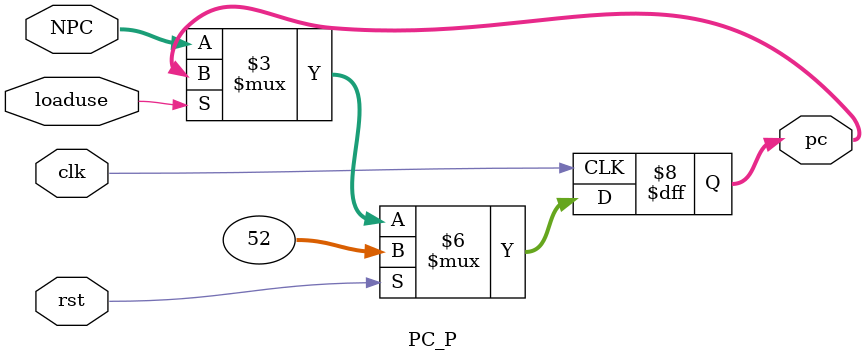
<source format=v>
module  PC_P(input clk,input rst,input loaduse,input [31:0] NPC,output reg [31:0] pc);

always@(negedge clk)
begin
    if(rst)
    pc<=32'h0000_0034;
    else 
    if(loaduse);   
    else
    pc<=NPC;
end
endmodule


</source>
